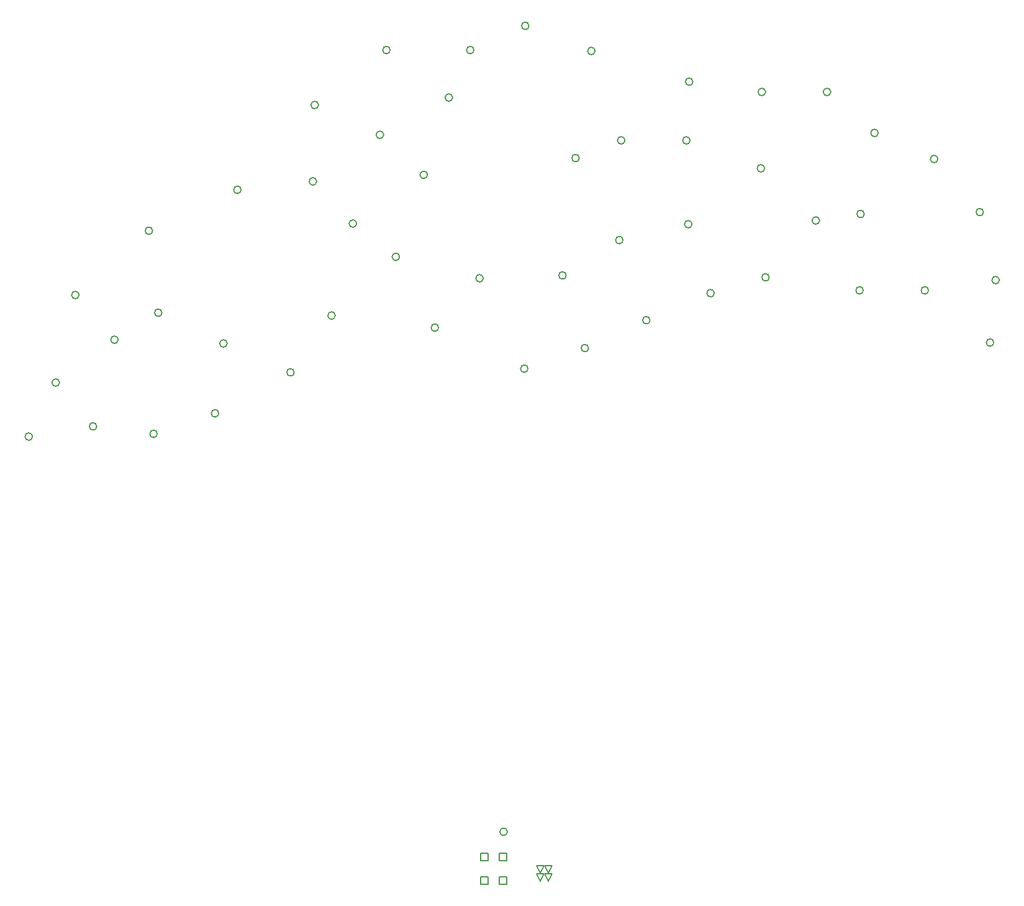
<source format=gbr>
%TF.GenerationSoftware,Altium Limited,Altium Designer,20.0.14 (345)*%
G04 Layer_Color=2752767*
%FSLAX45Y45*%
%MOMM*%
%TF.FileFunction,Drawing*%
%TF.Part,Single*%
G01*
G75*
%TA.AperFunction,NonConductor*%
%ADD52C,0.12700*%
%ADD53C,0.16933*%
D52*
X9359900Y5295900D02*
Y5397500D01*
X9461500D01*
Y5295900D01*
X9359900D01*
X9613900D02*
Y5397500D01*
X9715500D01*
Y5295900D01*
X9613900D01*
Y4978400D02*
Y5080000D01*
X9715500D01*
Y4978400D01*
X9613900D01*
X9359900D02*
Y5080000D01*
X9461500D01*
Y4978400D01*
X9359900D01*
X10284100Y5016800D02*
X10233300Y5118400D01*
X10334900D01*
X10284100Y5016800D01*
X10174100D02*
X10123300Y5118400D01*
X10224900D01*
X10174100Y5016800D01*
X10284100Y5126800D02*
X10233300Y5228400D01*
X10334900D01*
X10284100Y5126800D01*
X10174100D02*
X10123300Y5228400D01*
X10224900D01*
X10174100Y5126800D01*
D53*
X10020300Y16678500D02*
G03*
X10020300Y16678500I-50800J0D01*
G01*
X10922000Y16335600D02*
G03*
X10922000Y16335600I-50800J0D01*
G01*
X10706100Y14875101D02*
G03*
X10706100Y14875101I-50800J0D01*
G01*
X11328400Y15116400D02*
G03*
X11328400Y15116400I-50800J0D01*
G01*
X12255500Y15916499D02*
G03*
X12255500Y15916499I-50800J0D01*
G01*
X13246100Y15776801D02*
G03*
X13246100Y15776801I-50800J0D01*
G01*
X14135100D02*
G03*
X14135100Y15776801I-50800J0D01*
G01*
X12217400Y15116400D02*
G03*
X12217400Y15116400I-50800J0D01*
G01*
X13233400Y14735400D02*
G03*
X13233400Y14735400I-50800J0D01*
G01*
X13982700Y14024200D02*
G03*
X13982700Y14024200I-50800J0D01*
G01*
X14782800Y15217999D02*
G03*
X14782800Y15217999I-50800J0D01*
G01*
X14592300Y14113100D02*
G03*
X14592300Y14113100I-50800J0D01*
G01*
X15595599Y14862399D02*
G03*
X15595599Y14862399I-50800J0D01*
G01*
X16217900Y14138499D02*
G03*
X16217900Y14138499I-50800J0D01*
G01*
X14579601Y13071700D02*
G03*
X14579601Y13071700I-50800J0D01*
G01*
X15468600D02*
G03*
X15468600Y13071700I-50800J0D01*
G01*
X16433800Y13211400D02*
G03*
X16433800Y13211400I-50800J0D01*
G01*
X16357600Y12360500D02*
G03*
X16357600Y12360500I-50800J0D01*
G01*
X12242800Y13973399D02*
G03*
X12242800Y13973399I-50800J0D01*
G01*
X13296899Y13249500D02*
G03*
X13296899Y13249500I-50800J0D01*
G01*
X12547600Y13033600D02*
G03*
X12547600Y13033600I-50800J0D01*
G01*
X11303000Y13757500D02*
G03*
X11303000Y13757500I-50800J0D01*
G01*
X11671300Y12665300D02*
G03*
X11671300Y12665300I-50800J0D01*
G01*
X10528300Y13274899D02*
G03*
X10528300Y13274899I-50800J0D01*
G01*
X10833100Y12284300D02*
G03*
X10833100Y12284300I-50800J0D01*
G01*
X10007600Y12004900D02*
G03*
X10007600Y12004900I-50800J0D01*
G01*
X9398000Y13236800D02*
G03*
X9398000Y13236800I-50800J0D01*
G01*
X8637100Y14646500D02*
G03*
X8637100Y14646500I-50800J0D01*
G01*
X8978900Y15700600D02*
G03*
X8978900Y15700600I-50800J0D01*
G01*
X8128000Y16348300D02*
G03*
X8128000Y16348300I-50800J0D01*
G01*
X8039100Y15192599D02*
G03*
X8039100Y15192599I-50800J0D01*
G01*
X8256100Y13528900D02*
G03*
X8256100Y13528900I-50800J0D01*
G01*
X7670800Y13982700D02*
G03*
X7670800Y13982700I-50800J0D01*
G01*
X7125800Y14557600D02*
G03*
X7125800Y14557600I-50800J0D01*
G01*
X7150100Y15599001D02*
G03*
X7150100Y15599001I-50800J0D01*
G01*
X8788400Y12563700D02*
G03*
X8788400Y12563700I-50800J0D01*
G01*
X7379800Y12728800D02*
G03*
X7379800Y12728800I-50800J0D01*
G01*
X6819900Y11954100D02*
G03*
X6819900Y11954100I-50800J0D01*
G01*
X5791200Y11395300D02*
G03*
X5791200Y11395300I-50800J0D01*
G01*
X4953000Y11115900D02*
G03*
X4953000Y11115900I-50800J0D01*
G01*
X4127500Y11217500D02*
G03*
X4127500Y11217500I-50800J0D01*
G01*
X3251200Y11077800D02*
G03*
X3251200Y11077800I-50800J0D01*
G01*
X3619500Y11814400D02*
G03*
X3619500Y11814400I-50800J0D01*
G01*
X5905500Y12347800D02*
G03*
X5905500Y12347800I-50800J0D01*
G01*
X5016500Y12766900D02*
G03*
X5016500Y12766900I-50800J0D01*
G01*
X4419600Y12398600D02*
G03*
X4419600Y12398600I-50800J0D01*
G01*
X3886200Y13008200D02*
G03*
X3886200Y13008200I-50800J0D01*
G01*
X9271000Y16348300D02*
G03*
X9271000Y16348300I-50800J0D01*
G01*
X4889500Y13884500D02*
G03*
X4889500Y13884500I-50800J0D01*
G01*
X9726000Y5689600D02*
G03*
X9726000Y5689600I-50800J0D01*
G01*
X6096000Y14443300D02*
G03*
X6096000Y14443300I-50800J0D01*
G01*
%TF.MD5,63f8ce2f4ebe8a925bbc2c5bdcdb0a45*%
M02*

</source>
